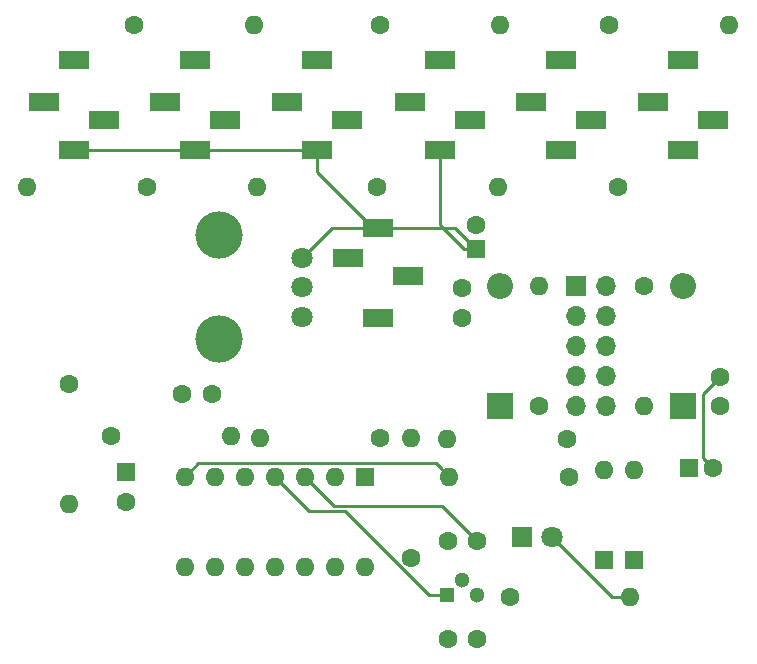
<source format=gtl>
G04 #@! TF.GenerationSoftware,KiCad,Pcbnew,(5.0.2)-1*
G04 #@! TF.CreationDate,2019-03-15T10:50:12+00:00*
G04 #@! TF.ProjectId,mixer,6d697865-722e-46b6-9963-61645f706362,rev?*
G04 #@! TF.SameCoordinates,Original*
G04 #@! TF.FileFunction,Copper,L1,Top*
G04 #@! TF.FilePolarity,Positive*
%FSLAX46Y46*%
G04 Gerber Fmt 4.6, Leading zero omitted, Abs format (unit mm)*
G04 Created by KiCad (PCBNEW (5.0.2)-1) date 15/03/2019 10:50:12*
%MOMM*%
%LPD*%
G01*
G04 APERTURE LIST*
G04 #@! TA.AperFunction,ComponentPad*
%ADD10R,2.500000X1.500000*%
G04 #@! TD*
G04 #@! TA.AperFunction,ComponentPad*
%ADD11C,1.600000*%
G04 #@! TD*
G04 #@! TA.AperFunction,ComponentPad*
%ADD12R,1.600000X1.600000*%
G04 #@! TD*
G04 #@! TA.AperFunction,ComponentPad*
%ADD13O,1.600000X1.600000*%
G04 #@! TD*
G04 #@! TA.AperFunction,ComponentPad*
%ADD14R,1.800000X1.800000*%
G04 #@! TD*
G04 #@! TA.AperFunction,ComponentPad*
%ADD15C,1.800000*%
G04 #@! TD*
G04 #@! TA.AperFunction,ComponentPad*
%ADD16R,2.200000X2.200000*%
G04 #@! TD*
G04 #@! TA.AperFunction,ComponentPad*
%ADD17O,2.200000X2.200000*%
G04 #@! TD*
G04 #@! TA.AperFunction,ComponentPad*
%ADD18R,1.700000X1.700000*%
G04 #@! TD*
G04 #@! TA.AperFunction,ComponentPad*
%ADD19O,1.700000X1.700000*%
G04 #@! TD*
G04 #@! TA.AperFunction,ComponentPad*
%ADD20C,1.300000*%
G04 #@! TD*
G04 #@! TA.AperFunction,ComponentPad*
%ADD21R,1.300000X1.300000*%
G04 #@! TD*
G04 #@! TA.AperFunction,WasherPad*
%ADD22C,4.000000*%
G04 #@! TD*
G04 #@! TA.AperFunction,Conductor*
%ADD23C,0.250000*%
G04 #@! TD*
G04 APERTURE END LIST*
D10*
G04 #@! TO.P,J1,T*
G04 #@! TO.N,Net-(J1-PadT)*
X116967000Y-19304000D03*
G04 #@! TO.P,J1,R*
G04 #@! TO.N,Net-(J1-PadR)*
X119507000Y-24384000D03*
G04 #@! TO.P,J1,G*
G04 #@! TO.N,Net-(J1-PadG)*
X114427000Y-22860000D03*
G04 #@! TO.P,J1,S*
G04 #@! TO.N,GND*
X116967000Y-26924000D03*
G04 #@! TD*
G04 #@! TO.P,J2,S*
G04 #@! TO.N,GND*
X65405000Y-26924000D03*
G04 #@! TO.P,J2,G*
G04 #@! TO.N,Net-(J2-PadG)*
X62865000Y-22860000D03*
G04 #@! TO.P,J2,R*
G04 #@! TO.N,Net-(J2-PadR)*
X67945000Y-24384000D03*
G04 #@! TO.P,J2,T*
G04 #@! TO.N,Net-(J2-PadT)*
X65405000Y-19304000D03*
G04 #@! TD*
G04 #@! TO.P,J3,T*
G04 #@! TO.N,Net-(J3-PadT)*
X85979000Y-19304000D03*
G04 #@! TO.P,J3,R*
G04 #@! TO.N,Net-(J3-PadR)*
X88519000Y-24384000D03*
G04 #@! TO.P,J3,G*
G04 #@! TO.N,Net-(J3-PadG)*
X83439000Y-22860000D03*
G04 #@! TO.P,J3,S*
G04 #@! TO.N,GND*
X85979000Y-26924000D03*
G04 #@! TD*
G04 #@! TO.P,J4,S*
G04 #@! TO.N,GND*
X75692000Y-26924000D03*
G04 #@! TO.P,J4,G*
G04 #@! TO.N,Net-(J4-PadG)*
X73152000Y-22860000D03*
G04 #@! TO.P,J4,R*
G04 #@! TO.N,Net-(J4-PadR)*
X78232000Y-24384000D03*
G04 #@! TO.P,J4,T*
G04 #@! TO.N,Net-(J4-PadT)*
X75692000Y-19304000D03*
G04 #@! TD*
G04 #@! TO.P,J5,T*
G04 #@! TO.N,Net-(J5-PadT)*
X96393000Y-19304000D03*
G04 #@! TO.P,J5,R*
G04 #@! TO.N,Net-(J5-PadR)*
X98933000Y-24384000D03*
G04 #@! TO.P,J5,G*
G04 #@! TO.N,Net-(J5-PadG)*
X93853000Y-22860000D03*
G04 #@! TO.P,J5,S*
G04 #@! TO.N,GND*
X96393000Y-26924000D03*
G04 #@! TD*
G04 #@! TO.P,J6,S*
G04 #@! TO.N,GND*
X106680000Y-26924000D03*
G04 #@! TO.P,J6,G*
G04 #@! TO.N,Net-(J6-PadG)*
X104140000Y-22860000D03*
G04 #@! TO.P,J6,R*
G04 #@! TO.N,Net-(J6-PadR)*
X109220000Y-24384000D03*
G04 #@! TO.P,J6,T*
G04 #@! TO.N,Net-(J6-PadT)*
X106680000Y-19304000D03*
G04 #@! TD*
G04 #@! TO.P,J7,T*
G04 #@! TO.N,Net-(J7-PadT)*
X91186000Y-41148000D03*
G04 #@! TO.P,J7,R*
G04 #@! TO.N,Net-(J7-PadR)*
X88646000Y-36068000D03*
G04 #@! TO.P,J7,G*
G04 #@! TO.N,Net-(J7-PadG)*
X93726000Y-37592000D03*
G04 #@! TO.P,J7,S*
G04 #@! TO.N,GND*
X91186000Y-33528000D03*
G04 #@! TD*
D11*
G04 #@! TO.P,C1,1*
G04 #@! TO.N,Net-(C1-Pad1)*
X74549000Y-47625000D03*
G04 #@! TO.P,C1,2*
G04 #@! TO.N,Net-(C1-Pad2)*
X77049000Y-47625000D03*
G04 #@! TD*
D12*
G04 #@! TO.P,C2,1*
G04 #@! TO.N,Net-(C1-Pad1)*
X69850000Y-54229000D03*
D11*
G04 #@! TO.P,C2,2*
G04 #@! TO.N,Net-(C2-Pad2)*
X69850000Y-56729000D03*
G04 #@! TD*
G04 #@! TO.P,C3,1*
G04 #@! TO.N,Net-(C3-Pad1)*
X97068000Y-60071000D03*
G04 #@! TO.P,C3,2*
G04 #@! TO.N,GND*
X99568000Y-60071000D03*
G04 #@! TD*
G04 #@! TO.P,C4,2*
G04 #@! TO.N,12V*
X97068000Y-68326000D03*
G04 #@! TO.P,C4,1*
G04 #@! TO.N,GND*
X99568000Y-68326000D03*
G04 #@! TD*
D12*
G04 #@! TO.P,C5,1*
G04 #@! TO.N,12V*
X117475000Y-53848000D03*
D11*
G04 #@! TO.P,C5,2*
G04 #@! TO.N,GND*
X119475000Y-53848000D03*
G04 #@! TD*
G04 #@! TO.P,C6,2*
G04 #@! TO.N,-12V*
X99441000Y-33306000D03*
D12*
G04 #@! TO.P,C6,1*
G04 #@! TO.N,GND*
X99441000Y-35306000D03*
G04 #@! TD*
D11*
G04 #@! TO.P,C7,1*
G04 #@! TO.N,12V*
X120142000Y-48641000D03*
G04 #@! TO.P,C7,2*
G04 #@! TO.N,GND*
X120142000Y-46141000D03*
G04 #@! TD*
G04 #@! TO.P,C8,2*
G04 #@! TO.N,-12V*
X98298000Y-38648000D03*
G04 #@! TO.P,C8,1*
G04 #@! TO.N,GND*
X98298000Y-41148000D03*
G04 #@! TD*
D12*
G04 #@! TO.P,D1,1*
G04 #@! TO.N,Net-(C3-Pad1)*
X112791001Y-61617999D03*
D13*
G04 #@! TO.P,D1,2*
G04 #@! TO.N,Net-(D1-Pad2)*
X112791001Y-53997999D03*
G04 #@! TD*
G04 #@! TO.P,D2,2*
G04 #@! TO.N,Net-(D2-Pad2)*
X110241001Y-53997999D03*
D12*
G04 #@! TO.P,D2,1*
G04 #@! TO.N,Net-(C3-Pad1)*
X110241001Y-61617999D03*
G04 #@! TD*
D14*
G04 #@! TO.P,D3,1*
G04 #@! TO.N,GND*
X103378000Y-59690000D03*
D15*
G04 #@! TO.P,D3,2*
G04 #@! TO.N,Net-(D3-Pad2)*
X105918000Y-59690000D03*
G04 #@! TD*
D16*
G04 #@! TO.P,D4,1*
G04 #@! TO.N,12V*
X116967000Y-48641000D03*
D17*
G04 #@! TO.P,D4,2*
G04 #@! TO.N,GND*
X116967000Y-38481000D03*
G04 #@! TD*
G04 #@! TO.P,D5,2*
G04 #@! TO.N,-12V*
X101473000Y-38481000D03*
D16*
G04 #@! TO.P,D5,1*
G04 #@! TO.N,GND*
X101473000Y-48641000D03*
G04 #@! TD*
D18*
G04 #@! TO.P,J8,1*
G04 #@! TO.N,12VC*
X107870001Y-38460001D03*
D19*
G04 #@! TO.P,J8,2*
X110410001Y-38460001D03*
G04 #@! TO.P,J8,3*
G04 #@! TO.N,GND*
X107870001Y-41000001D03*
G04 #@! TO.P,J8,4*
X110410001Y-41000001D03*
G04 #@! TO.P,J8,5*
X107870001Y-43540001D03*
G04 #@! TO.P,J8,6*
X110410001Y-43540001D03*
G04 #@! TO.P,J8,7*
X107870001Y-46080001D03*
G04 #@! TO.P,J8,8*
X110410001Y-46080001D03*
G04 #@! TO.P,J8,9*
G04 #@! TO.N,-12VC*
X107870001Y-48620001D03*
G04 #@! TO.P,J8,10*
X110410001Y-48620001D03*
G04 #@! TD*
D13*
G04 #@! TO.P,L1,2*
G04 #@! TO.N,12V*
X113665000Y-48641000D03*
D11*
G04 #@! TO.P,L1,1*
G04 #@! TO.N,12VC*
X113665000Y-38481000D03*
G04 #@! TD*
G04 #@! TO.P,L2,1*
G04 #@! TO.N,-12VC*
X104775000Y-48641000D03*
D13*
G04 #@! TO.P,L2,2*
G04 #@! TO.N,-12V*
X104775000Y-38481000D03*
G04 #@! TD*
D20*
G04 #@! TO.P,Q1,2*
G04 #@! TO.N,Net-(C3-Pad1)*
X98283001Y-63353001D03*
G04 #@! TO.P,Q1,3*
G04 #@! TO.N,Net-(Q1-Pad3)*
X99553001Y-64623001D03*
D21*
G04 #@! TO.P,Q1,1*
G04 #@! TO.N,12V*
X97013001Y-64623001D03*
G04 #@! TD*
D13*
G04 #@! TO.P,R1,2*
G04 #@! TO.N,Net-(J1-PadT)*
X120904000Y-16383000D03*
D11*
G04 #@! TO.P,R1,1*
G04 #@! TO.N,mixed*
X110744000Y-16383000D03*
G04 #@! TD*
G04 #@! TO.P,R3,1*
G04 #@! TO.N,mixed*
X91059000Y-30099000D03*
D13*
G04 #@! TO.P,R3,2*
G04 #@! TO.N,Net-(J3-PadT)*
X80899000Y-30099000D03*
G04 #@! TD*
G04 #@! TO.P,R4,2*
G04 #@! TO.N,Net-(J4-PadT)*
X80645000Y-16383000D03*
D11*
G04 #@! TO.P,R4,1*
G04 #@! TO.N,mixed*
X70485000Y-16383000D03*
G04 #@! TD*
G04 #@! TO.P,R5,1*
G04 #@! TO.N,mixed*
X91313000Y-16383000D03*
D13*
G04 #@! TO.P,R5,2*
G04 #@! TO.N,Net-(J5-PadT)*
X101473000Y-16383000D03*
G04 #@! TD*
G04 #@! TO.P,R6,2*
G04 #@! TO.N,Net-(J6-PadT)*
X101346000Y-30099000D03*
D11*
G04 #@! TO.P,R6,1*
G04 #@! TO.N,mixed*
X111506000Y-30099000D03*
G04 #@! TD*
G04 #@! TO.P,R7,1*
G04 #@! TO.N,Net-(R10-Pad2)*
X91313000Y-51308000D03*
D13*
G04 #@! TO.P,R7,2*
G04 #@! TO.N,mixed*
X81153000Y-51308000D03*
G04 #@! TD*
G04 #@! TO.P,R8,2*
G04 #@! TO.N,Net-(R10-Pad2)*
X93980000Y-51308000D03*
D11*
G04 #@! TO.P,R8,1*
G04 #@! TO.N,Net-(C1-Pad2)*
X93980000Y-61468000D03*
G04 #@! TD*
G04 #@! TO.P,R9,1*
G04 #@! TO.N,Net-(C1-Pad1)*
X68580000Y-51181000D03*
D13*
G04 #@! TO.P,R9,2*
G04 #@! TO.N,Net-(C1-Pad2)*
X78740000Y-51181000D03*
G04 #@! TD*
G04 #@! TO.P,R10,2*
G04 #@! TO.N,Net-(R10-Pad2)*
X97028000Y-51435000D03*
D11*
G04 #@! TO.P,R10,1*
G04 #@! TO.N,Net-(D1-Pad2)*
X107188000Y-51435000D03*
G04 #@! TD*
G04 #@! TO.P,R11,1*
G04 #@! TO.N,Net-(D2-Pad2)*
X107315000Y-54610000D03*
D13*
G04 #@! TO.P,R11,2*
G04 #@! TO.N,Net-(C1-Pad1)*
X97155000Y-54610000D03*
G04 #@! TD*
G04 #@! TO.P,R12,2*
G04 #@! TO.N,Net-(C2-Pad2)*
X65024000Y-56896000D03*
D11*
G04 #@! TO.P,R12,1*
G04 #@! TO.N,Net-(R12-Pad1)*
X65024000Y-46736000D03*
G04 #@! TD*
G04 #@! TO.P,R13,1*
G04 #@! TO.N,Net-(Q1-Pad3)*
X102362000Y-64770000D03*
D13*
G04 #@! TO.P,R13,2*
G04 #@! TO.N,Net-(D3-Pad2)*
X112522000Y-64770000D03*
G04 #@! TD*
D15*
G04 #@! TO.P,RV1,3*
G04 #@! TO.N,Net-(J7-PadT)*
X84709000Y-41068000D03*
G04 #@! TO.P,RV1,2*
G04 #@! TO.N,Net-(R12-Pad1)*
X84709000Y-38568000D03*
G04 #@! TO.P,RV1,1*
G04 #@! TO.N,GND*
X84709000Y-36068000D03*
D22*
G04 #@! TO.P,RV1,*
G04 #@! TO.N,*
X77709000Y-42968000D03*
X77709000Y-34168000D03*
G04 #@! TD*
D12*
G04 #@! TO.P,U1,1*
G04 #@! TO.N,Net-(R10-Pad2)*
X90043000Y-54610000D03*
D13*
G04 #@! TO.P,U1,8*
G04 #@! TO.N,N/C*
X74803000Y-62230000D03*
G04 #@! TO.P,U1,2*
G04 #@! TO.N,mixed*
X87503000Y-54610000D03*
G04 #@! TO.P,U1,9*
G04 #@! TO.N,N/C*
X77343000Y-62230000D03*
G04 #@! TO.P,U1,3*
G04 #@! TO.N,GND*
X84963000Y-54610000D03*
G04 #@! TO.P,U1,10*
G04 #@! TO.N,N/C*
X79883000Y-62230000D03*
G04 #@! TO.P,U1,4*
G04 #@! TO.N,12V*
X82423000Y-54610000D03*
G04 #@! TO.P,U1,11*
G04 #@! TO.N,-12V*
X82423000Y-62230000D03*
G04 #@! TO.P,U1,5*
G04 #@! TO.N,GND*
X79883000Y-54610000D03*
G04 #@! TO.P,U1,12*
G04 #@! TO.N,N/C*
X84963000Y-62230000D03*
G04 #@! TO.P,U1,6*
G04 #@! TO.N,Net-(C1-Pad2)*
X77343000Y-54610000D03*
G04 #@! TO.P,U1,13*
G04 #@! TO.N,N/C*
X87503000Y-62230000D03*
G04 #@! TO.P,U1,7*
G04 #@! TO.N,Net-(C1-Pad1)*
X74803000Y-54610000D03*
G04 #@! TO.P,U1,14*
G04 #@! TO.N,N/C*
X90043000Y-62230000D03*
G04 #@! TD*
D11*
G04 #@! TO.P,R2,1*
G04 #@! TO.N,mixed*
X71628000Y-30099000D03*
D13*
G04 #@! TO.P,R2,2*
G04 #@! TO.N,Net-(J2-PadT)*
X61468000Y-30099000D03*
G04 #@! TD*
D23*
G04 #@! TO.N,Net-(C1-Pad1)*
X96355001Y-53810001D02*
X97155000Y-54610000D01*
X96029999Y-53484999D02*
X96355001Y-53810001D01*
X75928001Y-53484999D02*
X96029999Y-53484999D01*
X74803000Y-54610000D02*
X75928001Y-53484999D01*
G04 #@! TO.N,GND*
X90686000Y-33528000D02*
X91186000Y-33528000D01*
X85979000Y-28821000D02*
X90686000Y-33528000D01*
X85979000Y-26924000D02*
X85979000Y-28821000D01*
X87249000Y-33528000D02*
X91186000Y-33528000D01*
X84709000Y-36068000D02*
X87249000Y-33528000D01*
X98391000Y-35306000D02*
X99441000Y-35306000D01*
X96393000Y-33308000D02*
X98391000Y-35306000D01*
X96393000Y-26924000D02*
X96393000Y-33308000D01*
X98768001Y-59271001D02*
X99568000Y-60071000D01*
X96577990Y-57080990D02*
X98768001Y-59271001D01*
X87433990Y-57080990D02*
X96577990Y-57080990D01*
X84963000Y-54610000D02*
X87433990Y-57080990D01*
X97663000Y-33528000D02*
X99441000Y-35306000D01*
X91186000Y-33528000D02*
X97663000Y-33528000D01*
X119342001Y-46940999D02*
X120142000Y-46141000D01*
X118675001Y-47607999D02*
X119342001Y-46940999D01*
X118675001Y-53048001D02*
X118675001Y-47607999D01*
X119475000Y-53848000D02*
X118675001Y-53048001D01*
X75692000Y-26924000D02*
X65405000Y-26924000D01*
X75692000Y-26924000D02*
X85979000Y-26924000D01*
G04 #@! TO.N,12V*
X96113001Y-64623001D02*
X97013001Y-64623001D01*
X95469999Y-64623001D02*
X96113001Y-64623001D01*
X88377998Y-57531000D02*
X95469999Y-64623001D01*
X82423000Y-54610000D02*
X85344000Y-57531000D01*
X85344000Y-57531000D02*
X88377998Y-57531000D01*
G04 #@! TO.N,Net-(D3-Pad2)*
X110998000Y-64770000D02*
X105918000Y-59690000D01*
X112522000Y-64770000D02*
X110998000Y-64770000D01*
G04 #@! TD*
M02*

</source>
